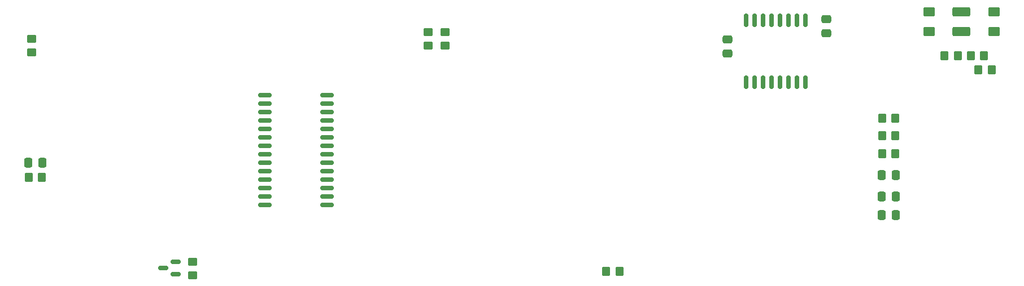
<source format=gtp>
%TF.GenerationSoftware,KiCad,Pcbnew,(6.0.0-rc1-393-g0ad0627bb0)*%
%TF.CreationDate,2021-12-16T01:21:55+00:00*%
%TF.ProjectId,solarpump_disp,736f6c61-7270-4756-9d70-5f646973702e,1.0*%
%TF.SameCoordinates,Original*%
%TF.FileFunction,Paste,Top*%
%TF.FilePolarity,Positive*%
%FSLAX46Y46*%
G04 Gerber Fmt 4.6, Leading zero omitted, Abs format (unit mm)*
G04 Created by KiCad (PCBNEW (6.0.0-rc1-393-g0ad0627bb0)) date 2021-12-16 01:21:55*
%MOMM*%
%LPD*%
G01*
G04 APERTURE LIST*
G04 Aperture macros list*
%AMRoundRect*
0 Rectangle with rounded corners*
0 $1 Rounding radius*
0 $2 $3 $4 $5 $6 $7 $8 $9 X,Y pos of 4 corners*
0 Add a 4 corners polygon primitive as box body*
4,1,4,$2,$3,$4,$5,$6,$7,$8,$9,$2,$3,0*
0 Add four circle primitives for the rounded corners*
1,1,$1+$1,$2,$3*
1,1,$1+$1,$4,$5*
1,1,$1+$1,$6,$7*
1,1,$1+$1,$8,$9*
0 Add four rect primitives between the rounded corners*
20,1,$1+$1,$2,$3,$4,$5,0*
20,1,$1+$1,$4,$5,$6,$7,0*
20,1,$1+$1,$6,$7,$8,$9,0*
20,1,$1+$1,$8,$9,$2,$3,0*%
G04 Aperture macros list end*
%ADD10RoundRect,0.250000X-0.450000X0.350000X-0.450000X-0.350000X0.450000X-0.350000X0.450000X0.350000X0*%
%ADD11RoundRect,0.250000X0.337500X0.475000X-0.337500X0.475000X-0.337500X-0.475000X0.337500X-0.475000X0*%
%ADD12RoundRect,0.250000X0.350000X0.450000X-0.350000X0.450000X-0.350000X-0.450000X0.350000X-0.450000X0*%
%ADD13RoundRect,0.150000X0.587500X0.150000X-0.587500X0.150000X-0.587500X-0.150000X0.587500X-0.150000X0*%
%ADD14RoundRect,0.250000X-0.475000X0.337500X-0.475000X-0.337500X0.475000X-0.337500X0.475000X0.337500X0*%
%ADD15RoundRect,0.150000X0.150000X-0.875000X0.150000X0.875000X-0.150000X0.875000X-0.150000X-0.875000X0*%
%ADD16RoundRect,0.250000X-0.350000X-0.450000X0.350000X-0.450000X0.350000X0.450000X-0.350000X0.450000X0*%
%ADD17RoundRect,0.250001X-0.624999X0.462499X-0.624999X-0.462499X0.624999X-0.462499X0.624999X0.462499X0*%
%ADD18RoundRect,0.250000X-0.337500X-0.475000X0.337500X-0.475000X0.337500X0.475000X-0.337500X0.475000X0*%
%ADD19RoundRect,0.250000X0.450000X-0.350000X0.450000X0.350000X-0.450000X0.350000X-0.450000X-0.350000X0*%
%ADD20RoundRect,0.250001X-1.074999X0.462499X-1.074999X-0.462499X1.074999X-0.462499X1.074999X0.462499X0*%
%ADD21RoundRect,0.150000X0.875000X0.150000X-0.875000X0.150000X-0.875000X-0.150000X0.875000X-0.150000X0*%
G04 APERTURE END LIST*
D10*
%TO.C,R23*%
X87503000Y-17415000D03*
X87503000Y-19415000D03*
%TD*%
D11*
%TO.C,C37*%
X157555500Y-42164000D03*
X155480500Y-42164000D03*
%TD*%
D12*
%TO.C,R49*%
X166862000Y-20955000D03*
X164862000Y-20955000D03*
%TD*%
D13*
%TO.C,Q6*%
X49603900Y-53858200D03*
X49603900Y-51958200D03*
X47728900Y-52908200D03*
%TD*%
D14*
%TO.C,C51*%
X147193000Y-15472500D03*
X147193000Y-17547500D03*
%TD*%
D15*
%TO.C,U14*%
X135128000Y-24970000D03*
X136398000Y-24970000D03*
X137668000Y-24970000D03*
X138938000Y-24970000D03*
X140208000Y-24970000D03*
X141478000Y-24970000D03*
X142748000Y-24970000D03*
X144018000Y-24970000D03*
X144018000Y-15670000D03*
X142748000Y-15670000D03*
X141478000Y-15670000D03*
X140208000Y-15670000D03*
X138938000Y-15670000D03*
X137668000Y-15670000D03*
X136398000Y-15670000D03*
X135128000Y-15670000D03*
%TD*%
D10*
%TO.C,R25*%
X28067000Y-18456400D03*
X28067000Y-20456400D03*
%TD*%
D16*
%TO.C,R27*%
X155518000Y-30353000D03*
X157518000Y-30353000D03*
%TD*%
D11*
%TO.C,C35*%
X29612500Y-37058600D03*
X27537500Y-37058600D03*
%TD*%
D10*
%TO.C,R24*%
X90043000Y-17415000D03*
X90043000Y-19415000D03*
%TD*%
D17*
%TO.C,D14*%
X172288200Y-14336700D03*
X172288200Y-17311700D03*
%TD*%
D16*
%TO.C,R51*%
X27575000Y-39243000D03*
X29575000Y-39243000D03*
%TD*%
D17*
%TO.C,D16*%
X162560000Y-14336700D03*
X162560000Y-17311700D03*
%TD*%
D16*
%TO.C,R28*%
X155518000Y-35687000D03*
X157518000Y-35687000D03*
%TD*%
D18*
%TO.C,C38*%
X155480500Y-44958000D03*
X157555500Y-44958000D03*
%TD*%
D16*
%TO.C,R29*%
X155518000Y-33020000D03*
X157518000Y-33020000D03*
%TD*%
D19*
%TO.C,R26*%
X52197000Y-53975000D03*
X52197000Y-51975000D03*
%TD*%
D20*
%TO.C,D15*%
X167424100Y-14336700D03*
X167424100Y-17311700D03*
%TD*%
D14*
%TO.C,C24*%
X132334000Y-18520500D03*
X132334000Y-20595500D03*
%TD*%
D12*
%TO.C,R48*%
X170799000Y-20955000D03*
X168799000Y-20955000D03*
%TD*%
D11*
%TO.C,C36*%
X157555500Y-38910500D03*
X155480500Y-38910500D03*
%TD*%
D12*
%TO.C,R47*%
X171942000Y-23114000D03*
X169942000Y-23114000D03*
%TD*%
D21*
%TO.C,U10*%
X72326953Y-43381000D03*
X72326953Y-42111000D03*
X72326953Y-40841000D03*
X72326953Y-39571000D03*
X72326953Y-38301000D03*
X72326953Y-37031000D03*
X72326953Y-35761000D03*
X72326953Y-34491000D03*
X72326953Y-33221000D03*
X72326953Y-31951000D03*
X72326953Y-30681000D03*
X72326953Y-29411000D03*
X72326953Y-28141000D03*
X72326953Y-26871000D03*
X63026953Y-26871000D03*
X63026953Y-28141000D03*
X63026953Y-29411000D03*
X63026953Y-30681000D03*
X63026953Y-31951000D03*
X63026953Y-33221000D03*
X63026953Y-34491000D03*
X63026953Y-35761000D03*
X63026953Y-37031000D03*
X63026953Y-38301000D03*
X63026953Y-39571000D03*
X63026953Y-40841000D03*
X63026953Y-42111000D03*
X63026953Y-43381000D03*
%TD*%
D16*
%TO.C,R50*%
X114138200Y-53365400D03*
X116138200Y-53365400D03*
%TD*%
M02*

</source>
